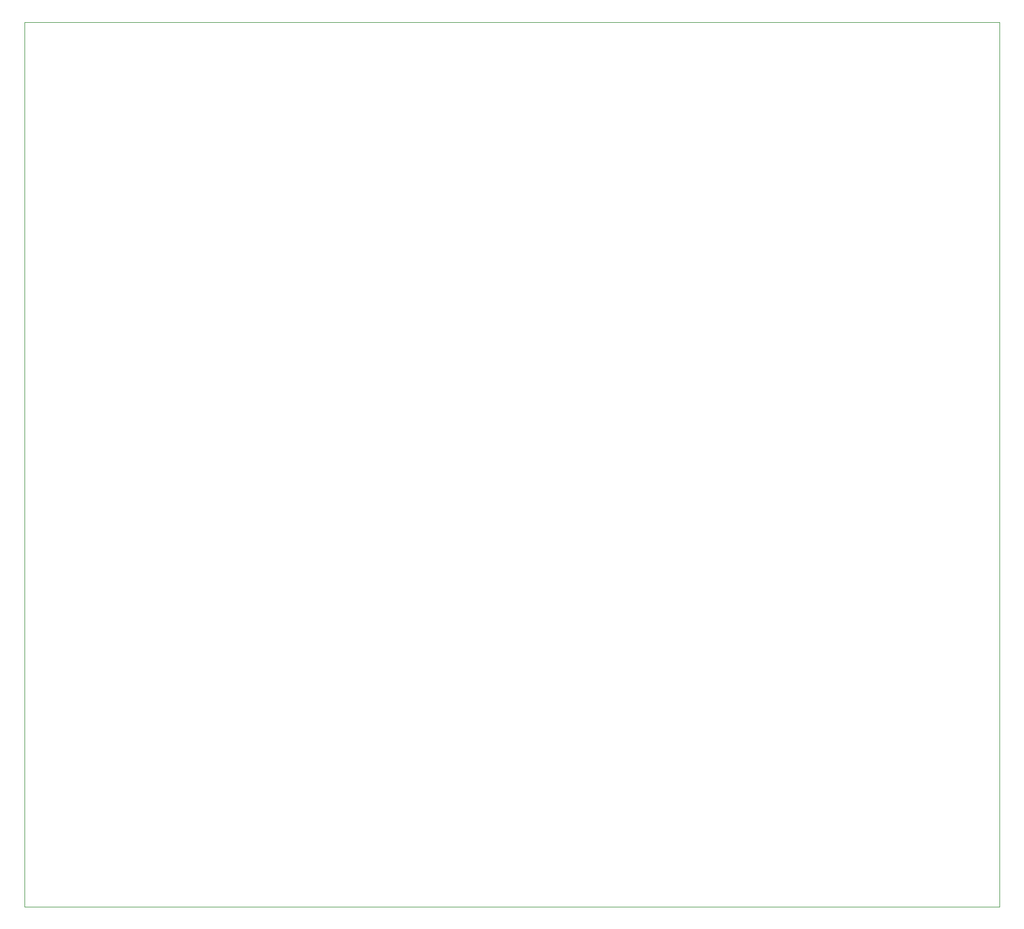
<source format=gm1>
G04 #@! TF.GenerationSoftware,KiCad,Pcbnew,(5.1.9)-1*
G04 #@! TF.CreationDate,2021-03-09T19:40:00-06:00*
G04 #@! TF.ProjectId,BDringController,42447269-6e67-4436-9f6e-74726f6c6c65,rev?*
G04 #@! TF.SameCoordinates,Original*
G04 #@! TF.FileFunction,Profile,NP*
%FSLAX46Y46*%
G04 Gerber Fmt 4.6, Leading zero omitted, Abs format (unit mm)*
G04 Created by KiCad (PCBNEW (5.1.9)-1) date 2021-03-09 19:40:00*
%MOMM*%
%LPD*%
G01*
G04 APERTURE LIST*
G04 #@! TA.AperFunction,Profile*
%ADD10C,0.050000*%
G04 #@! TD*
G04 APERTURE END LIST*
D10*
X60960000Y-156845000D02*
X60960000Y-25400000D01*
X205740000Y-156845000D02*
X60960000Y-156845000D01*
X205740000Y-25400000D02*
X205740000Y-156845000D01*
X60960000Y-25400000D02*
X205740000Y-25400000D01*
M02*

</source>
